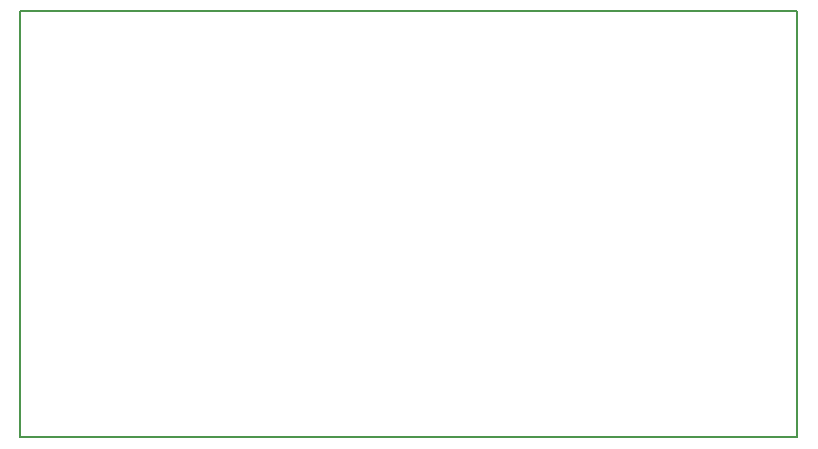
<source format=gbr>
G04 #@! TF.FileFunction,Profile,NP*
%FSLAX46Y46*%
G04 Gerber Fmt 4.6, Leading zero omitted, Abs format (unit mm)*
G04 Created by KiCad (PCBNEW 4.0.7) date 09/28/17 16:14:06*
%MOMM*%
%LPD*%
G01*
G04 APERTURE LIST*
%ADD10C,0.100000*%
%ADD11C,0.150000*%
G04 APERTURE END LIST*
D10*
D11*
X134620000Y-101092000D02*
X134620000Y-137160000D01*
X200406000Y-101092000D02*
X134620000Y-101092000D01*
X200406000Y-137160000D02*
X200406000Y-101092000D01*
X134620000Y-137160000D02*
X200406000Y-137160000D01*
M02*

</source>
